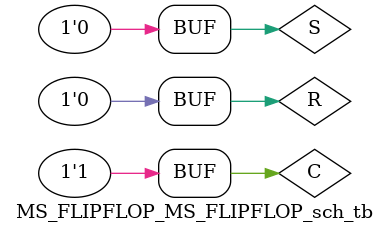
<source format=v>

`timescale 1ns / 1ps

module MS_FLIPFLOP_MS_FLIPFLOP_sch_tb();

// Inputs
   reg C;
   reg S;
   reg R;

// Output
   wire Q;
   wire Qbar;

// Bidirs

// Instantiate the UUT
   MS_FLIPFLOP UUT (
		.C(C), 
		.S(S), 
		.R(R), 
		.Q(Q), 
		.Qbar(Qbar)
   );
// Initialize Inputs
	initial begin
		R=1;S=0; #50;
		R=0;S=0; #50;
		R=0;S=1; #50;
		R=0;S=0; #50;
		R=0;S=0; #20;
		R=1;S=0; #5;
		R=0;S=0; #25;
	end
	
	always begin // ²úÉúÊ±ÖÓ
		C=0;#20;
		C=1;#20;
	end
endmodule

</source>
